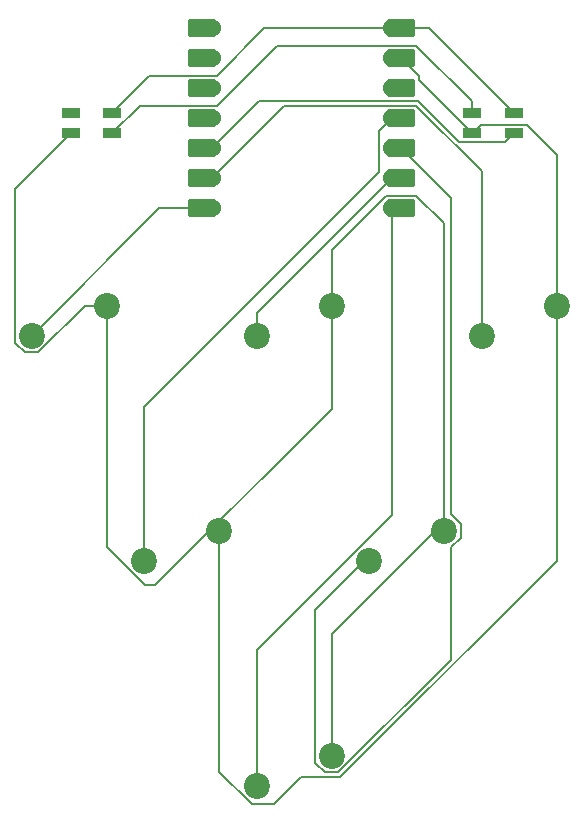
<source format=gbr>
%TF.GenerationSoftware,KiCad,Pcbnew,9.0.2*%
%TF.CreationDate,2025-07-05T15:14:08-07:00*%
%TF.ProjectId,Hackpad,4861636b-7061-4642-9e6b-696361645f70,rev?*%
%TF.SameCoordinates,Original*%
%TF.FileFunction,Copper,L1,Top*%
%TF.FilePolarity,Positive*%
%FSLAX46Y46*%
G04 Gerber Fmt 4.6, Leading zero omitted, Abs format (unit mm)*
G04 Created by KiCad (PCBNEW 9.0.2) date 2025-07-05 15:14:08*
%MOMM*%
%LPD*%
G01*
G04 APERTURE LIST*
G04 Aperture macros list*
%AMRoundRect*
0 Rectangle with rounded corners*
0 $1 Rounding radius*
0 $2 $3 $4 $5 $6 $7 $8 $9 X,Y pos of 4 corners*
0 Add a 4 corners polygon primitive as box body*
4,1,4,$2,$3,$4,$5,$6,$7,$8,$9,$2,$3,0*
0 Add four circle primitives for the rounded corners*
1,1,$1+$1,$2,$3*
1,1,$1+$1,$4,$5*
1,1,$1+$1,$6,$7*
1,1,$1+$1,$8,$9*
0 Add four rect primitives between the rounded corners*
20,1,$1+$1,$2,$3,$4,$5,0*
20,1,$1+$1,$4,$5,$6,$7,0*
20,1,$1+$1,$6,$7,$8,$9,0*
20,1,$1+$1,$8,$9,$2,$3,0*%
G04 Aperture macros list end*
%TA.AperFunction,SMDPad,CuDef*%
%ADD10RoundRect,0.152400X1.063600X0.609600X-1.063600X0.609600X-1.063600X-0.609600X1.063600X-0.609600X0*%
%TD*%
%TA.AperFunction,ComponentPad*%
%ADD11C,1.524000*%
%TD*%
%TA.AperFunction,SMDPad,CuDef*%
%ADD12RoundRect,0.152400X-1.063600X-0.609600X1.063600X-0.609600X1.063600X0.609600X-1.063600X0.609600X0*%
%TD*%
%TA.AperFunction,ComponentPad*%
%ADD13C,2.200000*%
%TD*%
%TA.AperFunction,SMDPad,CuDef*%
%ADD14R,1.600000X0.850000*%
%TD*%
%TA.AperFunction,Conductor*%
%ADD15C,0.200000*%
%TD*%
G04 APERTURE END LIST*
D10*
%TO.P,U1,1,GPIO26/ADC0/A0*%
%TO.N,unconnected-(U1-GPIO26{slash}ADC0{slash}A0-Pad1)*%
X122831250Y-92868750D03*
D11*
X123666250Y-92868750D03*
D10*
%TO.P,U1,2,GPIO27/ADC1/A1*%
%TO.N,unconnected-(U1-GPIO27{slash}ADC1{slash}A1-Pad2)*%
X122831250Y-95408750D03*
D11*
X123666250Y-95408750D03*
D10*
%TO.P,U1,3,GPIO28/ADC2/A2*%
%TO.N,unconnected-(U1-GPIO28{slash}ADC2{slash}A2-Pad3)*%
X122831250Y-97948750D03*
D11*
X123666250Y-97948750D03*
D10*
%TO.P,U1,4,GPIO29/ADC3/A3*%
%TO.N,unconnected-(U1-GPIO29{slash}ADC3{slash}A3-Pad4)*%
X122831250Y-100488750D03*
D11*
X123666250Y-100488750D03*
D10*
%TO.P,U1,5,GPIO6/SDA*%
%TO.N,Net-(D1-DIN)*%
X122831250Y-103028750D03*
D11*
X123666250Y-103028750D03*
D10*
%TO.P,U1,6,GPIO7/SCL*%
%TO.N,Net-(U1-GPIO7{slash}SCL)*%
X122831250Y-105568750D03*
D11*
X123666250Y-105568750D03*
D10*
%TO.P,U1,7,GPIO0/TX*%
%TO.N,Net-(U1-GPIO0{slash}TX)*%
X122831250Y-108108750D03*
D11*
X123666250Y-108108750D03*
%TO.P,U1,8,GPIO1/RX*%
%TO.N,Net-(U1-GPIO1{slash}RX)*%
X138906250Y-108108750D03*
D12*
X139741250Y-108108750D03*
D11*
%TO.P,U1,9,GPIO2/SCK*%
%TO.N,Net-(U1-GPIO2{slash}SCK)*%
X138906250Y-105568750D03*
D12*
X139741250Y-105568750D03*
D11*
%TO.P,U1,10,GPIO4/MISO*%
%TO.N,Net-(U1-GPIO4{slash}MISO)*%
X138906250Y-103028750D03*
D12*
X139741250Y-103028750D03*
D11*
%TO.P,U1,11,GPIO3/MOSI*%
%TO.N,Net-(U1-GPIO3{slash}MOSI)*%
X138906250Y-100488750D03*
D12*
X139741250Y-100488750D03*
D11*
%TO.P,U1,12,3V3*%
%TO.N,unconnected-(U1-3V3-Pad12)*%
X138906250Y-97948750D03*
D12*
X139741250Y-97948750D03*
D11*
%TO.P,U1,13,GND*%
%TO.N,GND*%
X138906250Y-95408750D03*
D12*
X139741250Y-95408750D03*
D11*
%TO.P,U1,14,VBUS*%
%TO.N,+5V*%
X138906250Y-92868750D03*
D12*
X139741250Y-92868750D03*
%TD*%
D13*
%TO.P,SW2,2,2*%
%TO.N,Net-(U1-GPIO2{slash}SCK)*%
X127476250Y-118903750D03*
%TO.P,SW2,1,1*%
%TO.N,GND*%
X133826250Y-116363750D03*
%TD*%
%TO.P,SW8,1,1*%
%TO.N,GND*%
X152876250Y-116363750D03*
%TO.P,SW8,2,2*%
%TO.N,Net-(U1-GPIO7{slash}SCL)*%
X146526250Y-118903750D03*
%TD*%
D14*
%TO.P,D1,4,VDD*%
%TO.N,+5V*%
X149228750Y-100012500D03*
%TO.P,D1,3,DIN*%
%TO.N,Net-(D1-DIN)*%
X149228750Y-101762500D03*
%TO.P,D1,2,VSS*%
%TO.N,GND*%
X145728750Y-101762500D03*
%TO.P,D1,1,DOUT*%
%TO.N,Net-(D1-DOUT)*%
X145728750Y-100012500D03*
%TD*%
D13*
%TO.P,SW4,2,2*%
%TO.N,Net-(U1-GPIO3{slash}MOSI)*%
X117951250Y-137953750D03*
%TO.P,SW4,1,1*%
%TO.N,GND*%
X124301250Y-135413750D03*
%TD*%
D14*
%TO.P,D2,1,DOUT*%
%TO.N,unconnected-(D2-DOUT-Pad1)*%
X111760000Y-100012500D03*
%TO.P,D2,2,VSS*%
%TO.N,GND*%
X111760000Y-101762500D03*
%TO.P,D2,3,DIN*%
%TO.N,Net-(D1-DOUT)*%
X115260000Y-101762500D03*
%TO.P,D2,4,VDD*%
%TO.N,+5V*%
X115260000Y-100012500D03*
%TD*%
D13*
%TO.P,SW5,1,1*%
%TO.N,GND*%
X114776250Y-116363750D03*
%TO.P,SW5,2,2*%
%TO.N,Net-(U1-GPIO0{slash}TX)*%
X108426250Y-118903750D03*
%TD*%
%TO.P,SW1,2,2*%
%TO.N,Net-(U1-GPIO1{slash}RX)*%
X127476250Y-157003750D03*
%TO.P,SW1,1,1*%
%TO.N,GND*%
X133826250Y-154463750D03*
%TD*%
%TO.P,SW3,2,2*%
%TO.N,Net-(U1-GPIO4{slash}MISO)*%
X137001250Y-137953750D03*
%TO.P,SW3,1,1*%
%TO.N,GND*%
X143351250Y-135413750D03*
%TD*%
D15*
%TO.N,GND*%
X114776250Y-116363750D02*
X114776250Y-136760064D01*
X133826250Y-125103934D02*
X133826250Y-116363750D01*
X114776250Y-136760064D02*
X117536120Y-139519934D01*
X119410250Y-139519934D02*
X133826250Y-125103934D01*
%TO.N,Net-(U1-GPIO4{slash}MISO)*%
X137001250Y-137953750D02*
X136572780Y-137953750D01*
X136572780Y-137953750D02*
X132425250Y-142101280D01*
X132425250Y-142101280D02*
X132425250Y-155044064D01*
X132425250Y-155044064D02*
X133245936Y-155864750D01*
X144752250Y-135994064D02*
X144752250Y-134833436D01*
X133245936Y-155864750D02*
X134406564Y-155864750D01*
X134406564Y-155864750D02*
X143931564Y-146339750D01*
X143931564Y-146339750D02*
X143931564Y-136814750D01*
X143931564Y-136814750D02*
X144752250Y-135994064D01*
X144752250Y-134833436D02*
X143931564Y-134012750D01*
X143931564Y-134012750D02*
X143931564Y-107219064D01*
X143931564Y-107219064D02*
X139741250Y-103028750D01*
%TO.N,GND*%
X152876250Y-116363750D02*
X152876250Y-103583000D01*
X152876250Y-103583000D02*
X150329750Y-101036500D01*
X146454750Y-101036500D02*
X145728750Y-101762500D01*
X150329750Y-101036500D02*
X146454750Y-101036500D01*
%TO.N,Net-(D1-DIN)*%
X123666250Y-103028750D02*
X127670250Y-99024750D01*
X127670250Y-99024750D02*
X141164000Y-99024750D01*
X141164000Y-99024750D02*
X144627750Y-102488500D01*
X144627750Y-102488500D02*
X148502750Y-102488500D01*
X148502750Y-102488500D02*
X149228750Y-101762500D01*
%TO.N,Net-(U1-GPIO7{slash}SCL)*%
X123666250Y-105568750D02*
X129809250Y-99425750D01*
X129809250Y-99425750D02*
X140996876Y-99425750D01*
X140996876Y-99425750D02*
X146526250Y-104955124D01*
X146526250Y-104955124D02*
X146526250Y-118903750D01*
%TO.N,GND*%
X111760000Y-101762500D02*
X107025250Y-106497250D01*
X107025250Y-119484064D02*
X107845936Y-120304750D01*
X107025250Y-106497250D02*
X107025250Y-119484064D01*
X107845936Y-120304750D02*
X109006564Y-120304750D01*
X109006564Y-120304750D02*
X112947564Y-116363750D01*
X112947564Y-116363750D02*
X114776250Y-116363750D01*
%TO.N,Net-(U1-GPIO0{slash}TX)*%
X108426250Y-118903750D02*
X119221250Y-108108750D01*
X119221250Y-108108750D02*
X122831250Y-108108750D01*
%TO.N,GND*%
X124301250Y-135413750D02*
X123459720Y-135413750D01*
X123459720Y-135413750D02*
X118877190Y-139996280D01*
X118877190Y-139996280D02*
X118012466Y-139996280D01*
X118012466Y-139996280D02*
X114776250Y-136760064D01*
%TO.N,Net-(U1-GPIO2{slash}SCK)*%
X127476250Y-118903750D02*
X127476250Y-116998750D01*
X127476250Y-116998750D02*
X138906250Y-105568750D01*
%TO.N,GND*%
X143351250Y-135413750D02*
X143351250Y-109400124D01*
X140996876Y-107045750D02*
X138465940Y-107045750D01*
X133826250Y-111685440D02*
X133826250Y-116363750D01*
X143351250Y-109400124D02*
X140996876Y-107045750D01*
X138465940Y-107045750D02*
X133826250Y-111685440D01*
X133826250Y-154463750D02*
X133826250Y-144153934D01*
X133826250Y-144153934D02*
X142566434Y-135413750D01*
X142566434Y-135413750D02*
X143351250Y-135413750D01*
%TO.N,Net-(U1-GPIO1{slash}RX)*%
X127476250Y-157003750D02*
X127476250Y-145497436D01*
X127476250Y-145497436D02*
X138906250Y-134067436D01*
X138906250Y-134067436D02*
X138906250Y-108108750D01*
%TO.N,+5V*%
X138906250Y-92868750D02*
X128123560Y-92868750D01*
X128123560Y-92868750D02*
X124106560Y-96885750D01*
X124106560Y-96885750D02*
X118386750Y-96885750D01*
X118386750Y-96885750D02*
X115260000Y-100012500D01*
X149228750Y-100012500D02*
X142085000Y-92868750D01*
X142085000Y-92868750D02*
X139741250Y-92868750D01*
%TO.N,Net-(D1-DOUT)*%
X145728750Y-100012500D02*
X145728750Y-99077624D01*
X124106560Y-99425750D02*
X117596750Y-99425750D01*
X145728750Y-99077624D02*
X140996876Y-94345750D01*
X129186560Y-94345750D02*
X124106560Y-99425750D01*
X140996876Y-94345750D02*
X129186560Y-94345750D01*
X117596750Y-99425750D02*
X115260000Y-101762500D01*
%TO.N,GND*%
X145728750Y-101762500D02*
X141258250Y-97292000D01*
X141258250Y-96925750D02*
X139741250Y-95408750D01*
X141258250Y-97292000D02*
X141258250Y-96925750D01*
%TO.N,Net-(U1-GPIO3{slash}MOSI)*%
X137843250Y-101551750D02*
X138906250Y-100488750D01*
X137843250Y-105044250D02*
X137843250Y-101551750D01*
X117951250Y-124936250D02*
X137843250Y-105044250D01*
X117951250Y-137953750D02*
X117951250Y-124936250D01*
%TO.N,GND*%
X152876250Y-137962164D02*
X152876250Y-116363750D01*
X134572664Y-156265750D02*
X152876250Y-137962164D01*
X131239434Y-156265750D02*
X134572664Y-156265750D01*
X128935250Y-158569934D02*
X131239434Y-156265750D01*
X127061120Y-158569934D02*
X128935250Y-158569934D01*
X124301250Y-155810064D02*
X127061120Y-158569934D01*
X124301250Y-135413750D02*
X124301250Y-155810064D01*
%TD*%
M02*

</source>
